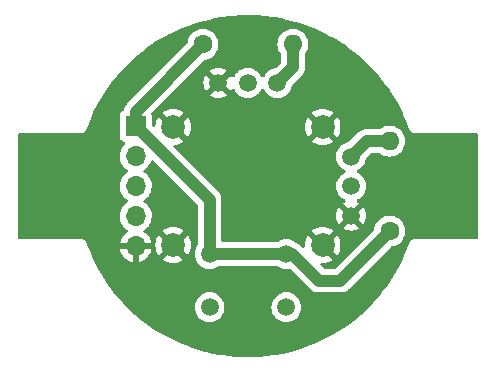
<source format=gbr>
%TF.GenerationSoftware,KiCad,Pcbnew,(6.0.6)*%
%TF.CreationDate,2023-05-18T11:46:38+08:00*%
%TF.ProjectId,JoystickPCB,4a6f7973-7469-4636-9b50-43422e6b6963,rev?*%
%TF.SameCoordinates,Original*%
%TF.FileFunction,Copper,L2,Bot*%
%TF.FilePolarity,Positive*%
%FSLAX46Y46*%
G04 Gerber Fmt 4.6, Leading zero omitted, Abs format (unit mm)*
G04 Created by KiCad (PCBNEW (6.0.6)) date 2023-05-18 11:46:38*
%MOMM*%
%LPD*%
G01*
G04 APERTURE LIST*
%TA.AperFunction,ComponentPad*%
%ADD10C,1.600000*%
%TD*%
%TA.AperFunction,ComponentPad*%
%ADD11O,1.600000X1.600000*%
%TD*%
%TA.AperFunction,ComponentPad*%
%ADD12C,1.500000*%
%TD*%
%TA.AperFunction,ComponentPad*%
%ADD13C,2.000000*%
%TD*%
%TA.AperFunction,ComponentPad*%
%ADD14R,1.700000X1.700000*%
%TD*%
%TA.AperFunction,ComponentPad*%
%ADD15O,1.700000X1.700000*%
%TD*%
%TA.AperFunction,Conductor*%
%ADD16C,1.000000*%
%TD*%
G04 APERTURE END LIST*
D10*
%TO.P,R3,1*%
%TO.N,/VCC*%
X12000000Y-3810000D03*
D11*
%TO.P,R3,2*%
%TO.N,Net-(JS1-Pad4)*%
X12000000Y3810000D03*
%TD*%
D10*
%TO.P,R2,1*%
%TO.N,/VCC*%
X-3810000Y12000000D03*
D11*
%TO.P,R2,2*%
%TO.N,Net-(JS1-Pad3)*%
X3810000Y12000000D03*
%TD*%
D12*
%TO.P,JS1,1,A1*%
%TO.N,/GND*%
X-2500000Y8730000D03*
%TO.P,JS1,2,B1*%
%TO.N,/X*%
X0Y8730000D03*
%TO.P,JS1,3,C1*%
%TO.N,Net-(JS1-Pad3)*%
X2500000Y8730000D03*
%TO.P,JS1,4,A2*%
%TO.N,Net-(JS1-Pad4)*%
X8730000Y2500000D03*
%TO.P,JS1,5,B2*%
%TO.N,/Y*%
X8730000Y0D03*
%TO.P,JS1,6,C2*%
%TO.N,/GND*%
X8730000Y-2500000D03*
%TO.P,JS1,7,K2*%
%TO.N,/VCC*%
X-3250000Y-5750000D03*
%TO.P,JS1,8,K1*%
X3250000Y-5750000D03*
%TO.P,JS1,9,K3*%
%TO.N,/K*%
X-3250000Y-10250000D03*
%TO.P,JS1,10,K4*%
X3250000Y-10250000D03*
D13*
%TO.P,JS1,S,Shell*%
%TO.N,/GND*%
X6325000Y-5000000D03*
X6325000Y5000000D03*
X-6325000Y-5000000D03*
X-6325000Y5000000D03*
%TD*%
D14*
%TO.P,J1,1,Pin_1*%
%TO.N,/VCC*%
X-9500000Y5080000D03*
D15*
%TO.P,J1,2,Pin_2*%
%TO.N,/X*%
X-9500000Y2540000D03*
%TO.P,J1,3,Pin_3*%
%TO.N,/Y*%
X-9500000Y0D03*
%TO.P,J1,4,Pin_4*%
%TO.N,/K*%
X-9500000Y-2540000D03*
%TO.P,J1,5,Pin_5*%
%TO.N,/GND*%
X-9500000Y-5080000D03*
%TD*%
D16*
%TO.N,/VCC*%
X6000000Y-8000000D02*
X7810000Y-8000000D01*
X3750000Y-5750000D02*
X6000000Y-8000000D01*
X7810000Y-8000000D02*
X12000000Y-3810000D01*
X3250000Y-5750000D02*
X3750000Y-5750000D01*
%TO.N,Net-(JS1-Pad4)*%
X10040000Y3810000D02*
X8730000Y2500000D01*
X12000000Y3810000D02*
X10040000Y3810000D01*
%TO.N,Net-(JS1-Pad3)*%
X3810000Y10040000D02*
X2500000Y8730000D01*
X3810000Y12000000D02*
X3810000Y10040000D01*
%TO.N,/VCC*%
X-9500000Y6310000D02*
X-3810000Y12000000D01*
X-9500000Y5080000D02*
X-9500000Y6310000D01*
X3250000Y-5750000D02*
X-3250000Y-5750000D01*
X-3250000Y-5750000D02*
X-3250000Y-1170000D01*
X-3250000Y-1170000D02*
X-9500000Y5080000D01*
%TD*%
%TA.AperFunction,Conductor*%
%TO.N,/GND*%
G36*
X739703Y14472526D02*
G01*
X746156Y14472194D01*
X1480673Y14415574D01*
X1487101Y14414913D01*
X2217804Y14320702D01*
X2224189Y14319711D01*
X2949051Y14188173D01*
X2955378Y14186857D01*
X3672587Y14018320D01*
X3678823Y14016685D01*
X3678871Y14016671D01*
X4386440Y13811601D01*
X4392599Y13809643D01*
X5088750Y13568559D01*
X5094799Y13566289D01*
X5777689Y13289826D01*
X5783615Y13287248D01*
X6451430Y12976141D01*
X6457215Y12973263D01*
X7054563Y12656749D01*
X7108180Y12628339D01*
X7113806Y12625172D01*
X7417159Y12443933D01*
X7746287Y12247295D01*
X7751747Y12243839D01*
X8363981Y11834061D01*
X8369257Y11830330D01*
X8750549Y11545775D01*
X8959677Y11389704D01*
X8964746Y11385715D01*
X9021380Y11338743D01*
X9531821Y10915382D01*
X9536687Y10911131D01*
X10078899Y10412348D01*
X10083541Y10407852D01*
X10599445Y9881950D01*
X10603851Y9877223D01*
X11060174Y9361653D01*
X11092141Y9325535D01*
X11096296Y9320590D01*
X11273185Y9098790D01*
X11555654Y8744602D01*
X11559546Y8739456D01*
X11827542Y8365592D01*
X11988762Y8140685D01*
X11992391Y8135339D01*
X12044800Y8053689D01*
X12373287Y7541928D01*
X12390356Y7515335D01*
X12393702Y7509816D01*
X12689778Y6991931D01*
X12759356Y6870228D01*
X12762417Y6864539D01*
X13088104Y6220290D01*
X13094800Y6207044D01*
X13097560Y6201216D01*
X13165515Y6047718D01*
X13395792Y5527560D01*
X13398256Y5521586D01*
X13646492Y4872898D01*
X13652655Y4851091D01*
X13655732Y4834682D01*
X13661040Y4824229D01*
X13669838Y4801819D01*
X13673151Y4790229D01*
X13686987Y4768301D01*
X13696428Y4753337D01*
X13702209Y4743154D01*
X13721681Y4704809D01*
X13729725Y4696249D01*
X13744467Y4677200D01*
X13750876Y4667042D01*
X13757605Y4661099D01*
X13783519Y4638212D01*
X13791926Y4630061D01*
X13815282Y4605209D01*
X13815285Y4605206D01*
X13821431Y4598667D01*
X13829164Y4594116D01*
X13829166Y4594114D01*
X13831586Y4592690D01*
X13851075Y4578549D01*
X13860051Y4570622D01*
X13868176Y4566807D01*
X13868178Y4566806D01*
X13899389Y4552152D01*
X13909746Y4546688D01*
X13925574Y4537373D01*
X13946961Y4524786D01*
X13955660Y4522588D01*
X13955663Y4522587D01*
X13958430Y4521888D01*
X13981115Y4513782D01*
X13991900Y4508719D01*
X14000770Y4507338D01*
X14000773Y4507337D01*
X14025060Y4503556D01*
X14034738Y4502049D01*
X14046204Y4499713D01*
X14088181Y4489108D01*
X14097151Y4489440D01*
X14097152Y4489440D01*
X14150455Y4491414D01*
X14155118Y4491500D01*
X19365500Y4491500D01*
X19433621Y4471498D01*
X19480114Y4417842D01*
X19491500Y4365500D01*
X19491500Y-4365500D01*
X19471498Y-4433621D01*
X19417842Y-4480114D01*
X19365500Y-4491500D01*
X14162377Y-4491500D01*
X14154639Y-4491262D01*
X14109639Y-4488493D01*
X14109637Y-4488493D01*
X14100679Y-4487942D01*
X14091923Y-4489928D01*
X14091922Y-4489928D01*
X14054672Y-4498376D01*
X14044667Y-4500224D01*
X14031869Y-4502057D01*
X13997913Y-4506920D01*
X13989736Y-4510638D01*
X13987366Y-4511331D01*
X13969858Y-4517228D01*
X13967382Y-4518175D01*
X13958629Y-4520160D01*
X13950787Y-4524521D01*
X13950784Y-4524522D01*
X13917516Y-4543022D01*
X13908435Y-4547602D01*
X13873492Y-4563491D01*
X13873490Y-4563492D01*
X13865318Y-4567208D01*
X13858518Y-4573067D01*
X13856548Y-4574327D01*
X13841381Y-4584914D01*
X13839178Y-4586588D01*
X13831332Y-4590951D01*
X13825026Y-4597340D01*
X13825027Y-4597340D01*
X13798370Y-4624351D01*
X13790936Y-4631299D01*
X13761772Y-4656428D01*
X13761770Y-4656431D01*
X13754973Y-4662287D01*
X13750091Y-4669819D01*
X13748635Y-4671488D01*
X13737039Y-4685917D01*
X13735328Y-4688232D01*
X13729019Y-4694625D01*
X13706795Y-4735862D01*
X13701617Y-4744605D01*
X13680632Y-4776979D01*
X13680630Y-4776983D01*
X13675748Y-4784515D01*
X13673175Y-4793120D01*
X13672273Y-4795071D01*
X13665192Y-4812178D01*
X13664177Y-4814942D01*
X13659916Y-4822848D01*
X13658046Y-4831631D01*
X13654777Y-4846984D01*
X13649218Y-4865774D01*
X13398262Y-5521568D01*
X13395799Y-5527542D01*
X13327348Y-5682163D01*
X13097566Y-6201205D01*
X13097561Y-6201216D01*
X13094801Y-6207041D01*
X12930919Y-6531221D01*
X12762420Y-6864532D01*
X12759359Y-6870221D01*
X12393706Y-7509809D01*
X12390360Y-7515328D01*
X11992396Y-8135329D01*
X11988767Y-8140675D01*
X11843457Y-8343388D01*
X11571371Y-8722958D01*
X11559558Y-8739437D01*
X11555666Y-8744583D01*
X11229456Y-9153618D01*
X11096306Y-9320575D01*
X11092149Y-9325522D01*
X10603861Y-9877210D01*
X10599455Y-9881937D01*
X10083553Y-10407837D01*
X10078911Y-10412333D01*
X9536700Y-10911115D01*
X9531834Y-10915366D01*
X8964770Y-11385692D01*
X8959692Y-11389688D01*
X8369275Y-11830313D01*
X8363999Y-11834044D01*
X7751753Y-12243830D01*
X7746293Y-12247285D01*
X7113849Y-12625142D01*
X7108218Y-12628313D01*
X6457240Y-12973244D01*
X6451455Y-12976122D01*
X5783642Y-13287230D01*
X5777716Y-13289808D01*
X5094829Y-13566270D01*
X5088780Y-13568540D01*
X4597781Y-13738579D01*
X4479587Y-13779511D01*
X4392636Y-13809623D01*
X4386477Y-13811581D01*
X3678859Y-14016666D01*
X3672609Y-14018305D01*
X2955418Y-14186839D01*
X2949092Y-14188155D01*
X2224226Y-14319696D01*
X2217840Y-14320687D01*
X1487142Y-14414897D01*
X1480714Y-14415558D01*
X1142107Y-14441661D01*
X746178Y-14472182D01*
X739766Y-14472512D01*
X146521Y-14487729D01*
X3251Y-14491404D01*
X-3211Y-14491404D01*
X-146481Y-14487729D01*
X-739726Y-14472512D01*
X-746138Y-14472182D01*
X-1142302Y-14441643D01*
X-1480673Y-14415559D01*
X-1487101Y-14414898D01*
X-2217800Y-14320688D01*
X-2224186Y-14319697D01*
X-2224191Y-14319696D01*
X-2344204Y-14297917D01*
X-2949051Y-14188156D01*
X-2955377Y-14186840D01*
X-3429450Y-14075437D01*
X-3672580Y-14018303D01*
X-3678816Y-14016668D01*
X-4386447Y-13811580D01*
X-4392577Y-13809632D01*
X-4777514Y-13676323D01*
X-5088739Y-13568542D01*
X-5094788Y-13566272D01*
X-5777676Y-13289810D01*
X-5783602Y-13287232D01*
X-6451415Y-12976124D01*
X-6457200Y-12973246D01*
X-7108177Y-12628315D01*
X-7113808Y-12625144D01*
X-7746253Y-12247287D01*
X-7751713Y-12243832D01*
X-8363959Y-11834046D01*
X-8369235Y-11830315D01*
X-8710801Y-11575407D01*
X-8959662Y-11389684D01*
X-8964731Y-11385695D01*
X-8964734Y-11385692D01*
X-9531795Y-10915369D01*
X-9536661Y-10911118D01*
X-10078871Y-10412336D01*
X-10083513Y-10407840D01*
X-10238352Y-10250000D01*
X-4513307Y-10250000D01*
X-4494115Y-10469371D01*
X-4437120Y-10682076D01*
X-4434795Y-10687061D01*
X-4346382Y-10876666D01*
X-4346379Y-10876671D01*
X-4344056Y-10881653D01*
X-4340900Y-10886160D01*
X-4340899Y-10886162D01*
X-4323424Y-10911118D01*
X-4217749Y-11062038D01*
X-4062038Y-11217749D01*
X-3881654Y-11344056D01*
X-3682076Y-11437120D01*
X-3469371Y-11494115D01*
X-3250000Y-11513307D01*
X-3030629Y-11494115D01*
X-2817924Y-11437120D01*
X-2618346Y-11344056D01*
X-2437962Y-11217749D01*
X-2282251Y-11062038D01*
X-2176575Y-10911118D01*
X-2159101Y-10886162D01*
X-2159100Y-10886160D01*
X-2155944Y-10881653D01*
X-2153621Y-10876671D01*
X-2153618Y-10876666D01*
X-2065205Y-10687061D01*
X-2062880Y-10682076D01*
X-2005885Y-10469371D01*
X-1986693Y-10250000D01*
X1986693Y-10250000D01*
X2005885Y-10469371D01*
X2062880Y-10682076D01*
X2065205Y-10687061D01*
X2153618Y-10876666D01*
X2153621Y-10876671D01*
X2155944Y-10881653D01*
X2159100Y-10886160D01*
X2159101Y-10886162D01*
X2176576Y-10911118D01*
X2282251Y-11062038D01*
X2437962Y-11217749D01*
X2618346Y-11344056D01*
X2817924Y-11437120D01*
X3030629Y-11494115D01*
X3250000Y-11513307D01*
X3469371Y-11494115D01*
X3682076Y-11437120D01*
X3881654Y-11344056D01*
X4062038Y-11217749D01*
X4217749Y-11062038D01*
X4323425Y-10911118D01*
X4340899Y-10886162D01*
X4340900Y-10886160D01*
X4344056Y-10881653D01*
X4346379Y-10876671D01*
X4346382Y-10876666D01*
X4434795Y-10687061D01*
X4437120Y-10682076D01*
X4494115Y-10469371D01*
X4513307Y-10250000D01*
X4494115Y-10030629D01*
X4437120Y-9817924D01*
X4393585Y-9724562D01*
X4346382Y-9623334D01*
X4346379Y-9623329D01*
X4344056Y-9618347D01*
X4217749Y-9437962D01*
X4062038Y-9282251D01*
X3881654Y-9155944D01*
X3682076Y-9062880D01*
X3469371Y-9005885D01*
X3250000Y-8986693D01*
X3030629Y-9005885D01*
X2817924Y-9062880D01*
X2724562Y-9106415D01*
X2623334Y-9153618D01*
X2623329Y-9153621D01*
X2618347Y-9155944D01*
X2613840Y-9159100D01*
X2613838Y-9159101D01*
X2442473Y-9279092D01*
X2442470Y-9279094D01*
X2437962Y-9282251D01*
X2282251Y-9437962D01*
X2155944Y-9618347D01*
X2153621Y-9623329D01*
X2153618Y-9623334D01*
X2106415Y-9724562D01*
X2062880Y-9817924D01*
X2005885Y-10030629D01*
X1986693Y-10250000D01*
X-1986693Y-10250000D01*
X-2005885Y-10030629D01*
X-2062880Y-9817924D01*
X-2106415Y-9724562D01*
X-2153618Y-9623334D01*
X-2153621Y-9623329D01*
X-2155944Y-9618347D01*
X-2282251Y-9437962D01*
X-2437962Y-9282251D01*
X-2618346Y-9155944D01*
X-2817924Y-9062880D01*
X-3030629Y-9005885D01*
X-3250000Y-8986693D01*
X-3469371Y-9005885D01*
X-3682076Y-9062880D01*
X-3775438Y-9106415D01*
X-3876666Y-9153618D01*
X-3876671Y-9153621D01*
X-3881653Y-9155944D01*
X-3886160Y-9159100D01*
X-3886162Y-9159101D01*
X-4057527Y-9279092D01*
X-4057530Y-9279094D01*
X-4062038Y-9282251D01*
X-4217749Y-9437962D01*
X-4344056Y-9618347D01*
X-4346379Y-9623329D01*
X-4346382Y-9623334D01*
X-4393585Y-9724562D01*
X-4437120Y-9817924D01*
X-4494115Y-10030629D01*
X-4513307Y-10250000D01*
X-10238352Y-10250000D01*
X-10599415Y-9881940D01*
X-10603821Y-9877213D01*
X-11092110Y-9325526D01*
X-11096267Y-9320579D01*
X-11129353Y-9279092D01*
X-11555627Y-8744587D01*
X-11559519Y-8739441D01*
X-11599448Y-8683738D01*
X-11988728Y-8140680D01*
X-11992357Y-8135334D01*
X-12390321Y-7515332D01*
X-12393671Y-7509806D01*
X-12508609Y-7308759D01*
X-12759321Y-6870222D01*
X-12762381Y-6864536D01*
X-12838556Y-6713852D01*
X-13094769Y-6207032D01*
X-13097529Y-6201205D01*
X-13101198Y-6192916D01*
X-13327312Y-5682163D01*
X-13395754Y-5527563D01*
X-13398218Y-5521590D01*
X-13409436Y-5492275D01*
X-13464659Y-5347966D01*
X-10831743Y-5347966D01*
X-10801435Y-5482446D01*
X-10798355Y-5492275D01*
X-10718230Y-5689603D01*
X-10713587Y-5698794D01*
X-10602306Y-5880388D01*
X-10596223Y-5888699D01*
X-10456787Y-6049667D01*
X-10449420Y-6056883D01*
X-10285566Y-6192916D01*
X-10277119Y-6198831D01*
X-10093244Y-6306279D01*
X-10083958Y-6310729D01*
X-9884999Y-6386703D01*
X-9875101Y-6389579D01*
X-9771750Y-6410606D01*
X-9757701Y-6409410D01*
X-9754000Y-6399065D01*
X-9754000Y-6398517D01*
X-9246000Y-6398517D01*
X-9241936Y-6412359D01*
X-9228522Y-6414393D01*
X-9221816Y-6413534D01*
X-9211738Y-6411392D01*
X-9007745Y-6350191D01*
X-8998158Y-6346433D01*
X-8806905Y-6252739D01*
X-8798055Y-6247464D01*
X-8777314Y-6232670D01*
X-7192840Y-6232670D01*
X-7187113Y-6240320D01*
X-7015958Y-6345205D01*
X-7007163Y-6349687D01*
X-6797012Y-6436734D01*
X-6787627Y-6439783D01*
X-6566446Y-6492885D01*
X-6556699Y-6494428D01*
X-6329930Y-6512275D01*
X-6320070Y-6512275D01*
X-6093301Y-6494428D01*
X-6083554Y-6492885D01*
X-5862373Y-6439783D01*
X-5852988Y-6436734D01*
X-5642837Y-6349687D01*
X-5634042Y-6345205D01*
X-5466555Y-6242568D01*
X-5457093Y-6232110D01*
X-5460876Y-6223334D01*
X-6312188Y-5372022D01*
X-6326132Y-5364408D01*
X-6327965Y-5364539D01*
X-6334580Y-5368790D01*
X-7186080Y-6220290D01*
X-7192840Y-6232670D01*
X-8777314Y-6232670D01*
X-8624672Y-6123792D01*
X-8616800Y-6117139D01*
X-8465948Y-5966812D01*
X-8459270Y-5958965D01*
X-8334997Y-5786020D01*
X-8329687Y-5777183D01*
X-8235330Y-5586267D01*
X-8231531Y-5576672D01*
X-8169623Y-5372910D01*
X-8167445Y-5362837D01*
X-8166014Y-5351962D01*
X-8168225Y-5337778D01*
X-8181383Y-5334000D01*
X-9227885Y-5334000D01*
X-9243124Y-5338475D01*
X-9244329Y-5339865D01*
X-9246000Y-5347548D01*
X-9246000Y-6398517D01*
X-9754000Y-6398517D01*
X-9754000Y-5352115D01*
X-9758475Y-5336876D01*
X-9759865Y-5335671D01*
X-9767548Y-5334000D01*
X-10816775Y-5334000D01*
X-10830306Y-5337973D01*
X-10831743Y-5347966D01*
X-13464659Y-5347966D01*
X-13595931Y-5004930D01*
X-7837275Y-5004930D01*
X-7819428Y-5231699D01*
X-7817885Y-5241446D01*
X-7764783Y-5462627D01*
X-7761734Y-5472012D01*
X-7674687Y-5682163D01*
X-7670205Y-5690958D01*
X-7567568Y-5858445D01*
X-7557110Y-5867907D01*
X-7548334Y-5864124D01*
X-6697022Y-5012812D01*
X-6690644Y-5001132D01*
X-5960592Y-5001132D01*
X-5960461Y-5002965D01*
X-5956210Y-5009580D01*
X-5104710Y-5861080D01*
X-5092330Y-5867840D01*
X-5084680Y-5862113D01*
X-4979795Y-5690958D01*
X-4975313Y-5682163D01*
X-4888266Y-5472012D01*
X-4885217Y-5462627D01*
X-4832115Y-5241446D01*
X-4830572Y-5231699D01*
X-4812725Y-5004930D01*
X-4812725Y-4995070D01*
X-4830572Y-4768301D01*
X-4832115Y-4758554D01*
X-4885217Y-4537373D01*
X-4888266Y-4527988D01*
X-4975313Y-4317837D01*
X-4979795Y-4309042D01*
X-5082432Y-4141555D01*
X-5092890Y-4132093D01*
X-5101666Y-4135876D01*
X-5952978Y-4987188D01*
X-5960592Y-5001132D01*
X-6690644Y-5001132D01*
X-6689408Y-4998868D01*
X-6689539Y-4997035D01*
X-6693790Y-4990420D01*
X-7545290Y-4138920D01*
X-7557670Y-4132160D01*
X-7565320Y-4137887D01*
X-7670205Y-4309042D01*
X-7674687Y-4317837D01*
X-7761734Y-4527988D01*
X-7764783Y-4537373D01*
X-7817885Y-4758554D01*
X-7819428Y-4768301D01*
X-7837275Y-4995070D01*
X-7837275Y-5004930D01*
X-13595931Y-5004930D01*
X-13646457Y-4872896D01*
X-13652619Y-4851090D01*
X-13654040Y-4843513D01*
X-13655695Y-4834687D01*
X-13661082Y-4824079D01*
X-13669885Y-4801658D01*
X-13673151Y-4790229D01*
X-13696256Y-4753611D01*
X-13702032Y-4743436D01*
X-13717578Y-4712820D01*
X-13717580Y-4712817D01*
X-13721644Y-4704814D01*
X-13729789Y-4696147D01*
X-13744530Y-4677100D01*
X-13750876Y-4667042D01*
X-13759867Y-4659101D01*
X-13783334Y-4638375D01*
X-13791741Y-4630224D01*
X-13815244Y-4605216D01*
X-13821394Y-4598672D01*
X-13829129Y-4594120D01*
X-13829131Y-4594118D01*
X-13831638Y-4592643D01*
X-13851133Y-4578498D01*
X-13860051Y-4570622D01*
X-13879572Y-4561457D01*
X-13899250Y-4552218D01*
X-13909611Y-4546752D01*
X-13939190Y-4529343D01*
X-13946924Y-4524791D01*
X-13955624Y-4522593D01*
X-13955626Y-4522592D01*
X-13958457Y-4521877D01*
X-13981133Y-4513774D01*
X-13991900Y-4508719D01*
X-14000770Y-4507338D01*
X-14000773Y-4507337D01*
X-14025038Y-4503559D01*
X-14034693Y-4502056D01*
X-14046159Y-4499720D01*
X-14088144Y-4489113D01*
X-14097114Y-4489445D01*
X-14097115Y-4489445D01*
X-14150283Y-4491414D01*
X-14154946Y-4491500D01*
X-19365500Y-4491500D01*
X-19433621Y-4471498D01*
X-19480114Y-4417842D01*
X-19491500Y-4365500D01*
X-19491500Y-2506695D01*
X-10862749Y-2506695D01*
X-10862452Y-2511848D01*
X-10862452Y-2511851D01*
X-10856989Y-2606590D01*
X-10849890Y-2729715D01*
X-10848753Y-2734761D01*
X-10848752Y-2734767D01*
X-10833194Y-2803802D01*
X-10800778Y-2947639D01*
X-10716734Y-3154616D01*
X-10600013Y-3345088D01*
X-10453750Y-3513938D01*
X-10281874Y-3656632D01*
X-10234481Y-3684326D01*
X-10208045Y-3699774D01*
X-10159321Y-3751412D01*
X-10146250Y-3821195D01*
X-10172981Y-3886967D01*
X-10213438Y-3920327D01*
X-10221543Y-3924546D01*
X-10230262Y-3930036D01*
X-10400567Y-4057905D01*
X-10408274Y-4064748D01*
X-10555410Y-4218717D01*
X-10561896Y-4226727D01*
X-10681902Y-4402649D01*
X-10687000Y-4411623D01*
X-10776662Y-4604783D01*
X-10780225Y-4614470D01*
X-10835611Y-4814183D01*
X-10834088Y-4822607D01*
X-10821708Y-4826000D01*
X-8181656Y-4826000D01*
X-8168125Y-4822027D01*
X-8166820Y-4812947D01*
X-8208786Y-4645875D01*
X-8212106Y-4636124D01*
X-8297028Y-4440814D01*
X-8301895Y-4431739D01*
X-8417574Y-4252926D01*
X-8423864Y-4244757D01*
X-8567194Y-4087240D01*
X-8574727Y-4080215D01*
X-8741861Y-3948222D01*
X-8750444Y-3942520D01*
X-8787398Y-3922120D01*
X-8837369Y-3871687D01*
X-8852141Y-3802245D01*
X-8839147Y-3767890D01*
X-7192907Y-3767890D01*
X-7189124Y-3776666D01*
X-6337812Y-4627978D01*
X-6323868Y-4635592D01*
X-6322035Y-4635461D01*
X-6315420Y-4631210D01*
X-5463920Y-3779710D01*
X-5457160Y-3767330D01*
X-5462887Y-3759680D01*
X-5634042Y-3654795D01*
X-5642837Y-3650313D01*
X-5852988Y-3563266D01*
X-5862373Y-3560217D01*
X-6083554Y-3507115D01*
X-6093301Y-3505572D01*
X-6320070Y-3487725D01*
X-6329930Y-3487725D01*
X-6556699Y-3505572D01*
X-6566446Y-3507115D01*
X-6787627Y-3560217D01*
X-6797012Y-3563266D01*
X-7007163Y-3650313D01*
X-7015958Y-3654795D01*
X-7183445Y-3757432D01*
X-7192907Y-3767890D01*
X-8839147Y-3767890D01*
X-8827025Y-3735839D01*
X-8799673Y-3709232D01*
X-8764756Y-3684326D01*
X-8620140Y-3581173D01*
X-8599110Y-3560217D01*
X-8465565Y-3427137D01*
X-8461904Y-3423489D01*
X-8402406Y-3340689D01*
X-8334565Y-3246277D01*
X-8331547Y-3242077D01*
X-8300461Y-3179180D01*
X-8234864Y-3046453D01*
X-8234863Y-3046451D01*
X-8232570Y-3041811D01*
X-8167630Y-2828069D01*
X-8138471Y-2606590D01*
X-8137773Y-2578039D01*
X-8136926Y-2543365D01*
X-8136926Y-2543361D01*
X-8136844Y-2540000D01*
X-8155148Y-2317361D01*
X-8209569Y-2100702D01*
X-8298646Y-1895840D01*
X-8419986Y-1708277D01*
X-8570330Y-1543051D01*
X-8574381Y-1539852D01*
X-8574385Y-1539848D01*
X-8741586Y-1407800D01*
X-8741590Y-1407798D01*
X-8745641Y-1404598D01*
X-8786947Y-1381796D01*
X-8836916Y-1331364D01*
X-8851688Y-1261921D01*
X-8826572Y-1195516D01*
X-8799220Y-1168909D01*
X-8730976Y-1120231D01*
X-8620140Y-1041173D01*
X-8461904Y-883489D01*
X-8410561Y-812038D01*
X-8334565Y-706277D01*
X-8331547Y-702077D01*
X-8296741Y-631653D01*
X-8234864Y-506453D01*
X-8234863Y-506451D01*
X-8232570Y-501811D01*
X-8167630Y-288069D01*
X-8138471Y-66590D01*
X-8136844Y0D01*
X-8155148Y222639D01*
X-8209569Y439298D01*
X-8298646Y644160D01*
X-8419986Y831723D01*
X-8570330Y996949D01*
X-8574381Y1000148D01*
X-8574385Y1000152D01*
X-8741586Y1132200D01*
X-8741590Y1132202D01*
X-8745641Y1135402D01*
X-8786947Y1158204D01*
X-8836916Y1208636D01*
X-8851688Y1278079D01*
X-8826572Y1344484D01*
X-8799220Y1371091D01*
X-8745932Y1409101D01*
X-8620140Y1498827D01*
X-8461904Y1656511D01*
X-8442104Y1684065D01*
X-8334565Y1833723D01*
X-8331547Y1837923D01*
X-8316510Y1868347D01*
X-8234864Y2033547D01*
X-8234863Y2033549D01*
X-8232570Y2038189D01*
X-8212523Y2104173D01*
X-8173584Y2163533D01*
X-8108730Y2192421D01*
X-8038554Y2181660D01*
X-8002871Y2156636D01*
X-4295405Y-1550829D01*
X-4261379Y-1613141D01*
X-4258500Y-1639924D01*
X-4258500Y-4956433D01*
X-4281287Y-5028703D01*
X-4344056Y-5118347D01*
X-4346377Y-5123325D01*
X-4346379Y-5123328D01*
X-4357921Y-5148081D01*
X-4437120Y-5317924D01*
X-4494115Y-5530629D01*
X-4513307Y-5750000D01*
X-4494115Y-5969371D01*
X-4437120Y-6182076D01*
X-4409960Y-6240320D01*
X-4346382Y-6376666D01*
X-4346379Y-6376671D01*
X-4344056Y-6381653D01*
X-4340900Y-6386160D01*
X-4340899Y-6386162D01*
X-4239327Y-6531221D01*
X-4217749Y-6562038D01*
X-4062038Y-6717749D01*
X-4057529Y-6720906D01*
X-4057527Y-6720908D01*
X-4003840Y-6758500D01*
X-3881654Y-6844056D01*
X-3682076Y-6937120D01*
X-3469371Y-6994115D01*
X-3250000Y-7013307D01*
X-3030629Y-6994115D01*
X-2817924Y-6937120D01*
X-2618346Y-6844056D01*
X-2528703Y-6781287D01*
X-2456432Y-6758500D01*
X2456432Y-6758500D01*
X2528703Y-6781287D01*
X2618346Y-6844056D01*
X2817924Y-6937120D01*
X3030629Y-6994115D01*
X3250000Y-7013307D01*
X3469371Y-6994115D01*
X3476801Y-6992124D01*
X3477767Y-6992147D01*
X3480098Y-6991736D01*
X3480181Y-6992205D01*
X3547776Y-6993816D01*
X3598502Y-7024737D01*
X5243149Y-8669384D01*
X5252251Y-8679527D01*
X5275968Y-8709025D01*
X5314450Y-8741315D01*
X5318062Y-8744467D01*
X5319888Y-8746123D01*
X5322075Y-8748310D01*
X5324458Y-8750267D01*
X5324463Y-8750272D01*
X5355268Y-8775576D01*
X5356252Y-8776393D01*
X5427474Y-8836154D01*
X5432147Y-8838723D01*
X5436262Y-8842103D01*
X5441691Y-8845014D01*
X5441694Y-8845016D01*
X5518180Y-8886028D01*
X5519338Y-8886657D01*
X5595388Y-8928465D01*
X5600787Y-8931433D01*
X5605865Y-8933044D01*
X5610563Y-8935563D01*
X5699498Y-8962753D01*
X5700702Y-8963128D01*
X5789306Y-8991235D01*
X5794597Y-8991828D01*
X5799698Y-8993388D01*
X5892311Y-9002795D01*
X5893431Y-9002915D01*
X5943227Y-9008500D01*
X5946756Y-9008500D01*
X5947739Y-9008555D01*
X5953426Y-9009003D01*
X5973683Y-9011060D01*
X5990336Y-9012752D01*
X5990339Y-9012752D01*
X5996463Y-9013374D01*
X6042112Y-9009059D01*
X6053969Y-9008500D01*
X7748157Y-9008500D01*
X7761764Y-9009237D01*
X7793262Y-9012659D01*
X7793267Y-9012659D01*
X7799388Y-9013324D01*
X7825638Y-9011027D01*
X7849388Y-9008950D01*
X7854214Y-9008621D01*
X7856686Y-9008500D01*
X7859769Y-9008500D01*
X7871925Y-9007308D01*
X7902506Y-9004310D01*
X7903819Y-9004188D01*
X7948084Y-9000315D01*
X7996413Y-8996087D01*
X8001532Y-8994600D01*
X8006833Y-8994080D01*
X8095834Y-8967209D01*
X8096967Y-8966874D01*
X8180414Y-8942630D01*
X8180418Y-8942628D01*
X8186336Y-8940909D01*
X8191068Y-8938456D01*
X8196169Y-8936916D01*
X8208360Y-8930434D01*
X8278260Y-8893269D01*
X8279426Y-8892657D01*
X8356453Y-8852729D01*
X8361926Y-8849892D01*
X8366089Y-8846569D01*
X8370796Y-8844066D01*
X8442918Y-8785245D01*
X8443774Y-8784554D01*
X8482973Y-8753262D01*
X8485477Y-8750758D01*
X8486195Y-8750116D01*
X8490528Y-8746415D01*
X8524062Y-8719065D01*
X8553288Y-8683737D01*
X8561277Y-8674958D01*
X12091116Y-5145118D01*
X12153428Y-5111092D01*
X12169227Y-5108692D01*
X12228087Y-5103543D01*
X12375859Y-5063947D01*
X12443933Y-5045707D01*
X12443935Y-5045706D01*
X12449243Y-5044284D01*
X12454225Y-5041961D01*
X12651762Y-4949849D01*
X12651767Y-4949846D01*
X12656749Y-4947523D01*
X12778497Y-4862274D01*
X12839789Y-4819357D01*
X12839792Y-4819355D01*
X12844300Y-4816198D01*
X13006198Y-4654300D01*
X13012098Y-4645875D01*
X13100124Y-4520160D01*
X13137523Y-4466749D01*
X13139846Y-4461767D01*
X13139849Y-4461762D01*
X13231961Y-4264225D01*
X13231961Y-4264224D01*
X13234284Y-4259243D01*
X13266802Y-4137887D01*
X13292119Y-4043402D01*
X13292119Y-4043400D01*
X13293543Y-4038087D01*
X13313498Y-3810000D01*
X13293543Y-3581913D01*
X13288254Y-3562175D01*
X13235707Y-3366067D01*
X13235706Y-3366065D01*
X13234284Y-3360757D01*
X13228797Y-3348990D01*
X13139849Y-3158238D01*
X13139846Y-3158233D01*
X13137523Y-3153251D01*
X13006198Y-2965700D01*
X12844300Y-2803802D01*
X12839792Y-2800645D01*
X12839789Y-2800643D01*
X12715770Y-2713804D01*
X12656749Y-2672477D01*
X12651767Y-2670154D01*
X12651762Y-2670151D01*
X12454225Y-2578039D01*
X12454224Y-2578039D01*
X12449243Y-2575716D01*
X12443935Y-2574294D01*
X12443933Y-2574293D01*
X12233402Y-2517881D01*
X12233400Y-2517881D01*
X12228087Y-2516457D01*
X12000000Y-2496502D01*
X11771913Y-2516457D01*
X11766600Y-2517881D01*
X11766598Y-2517881D01*
X11556067Y-2574293D01*
X11556065Y-2574294D01*
X11550757Y-2575716D01*
X11545776Y-2578039D01*
X11545775Y-2578039D01*
X11348238Y-2670151D01*
X11348233Y-2670154D01*
X11343251Y-2672477D01*
X11284230Y-2713804D01*
X11160211Y-2800643D01*
X11160208Y-2800645D01*
X11155700Y-2803802D01*
X10993802Y-2965700D01*
X10862477Y-3153251D01*
X10860154Y-3158233D01*
X10860151Y-3158238D01*
X10771203Y-3348990D01*
X10765716Y-3360757D01*
X10706457Y-3581913D01*
X10701308Y-3640770D01*
X10675445Y-3706888D01*
X10664882Y-3718884D01*
X7429171Y-6954595D01*
X7366859Y-6988621D01*
X7340076Y-6991500D01*
X6469924Y-6991500D01*
X6401803Y-6971498D01*
X6380829Y-6954595D01*
X6147418Y-6721184D01*
X6113392Y-6658872D01*
X6118457Y-6588057D01*
X6161004Y-6531221D01*
X6227524Y-6506410D01*
X6246399Y-6506477D01*
X6320070Y-6512275D01*
X6329930Y-6512275D01*
X6556699Y-6494428D01*
X6566446Y-6492885D01*
X6787627Y-6439783D01*
X6797012Y-6436734D01*
X7007163Y-6349687D01*
X7015958Y-6345205D01*
X7183445Y-6242568D01*
X7192907Y-6232110D01*
X7189124Y-6223334D01*
X5966922Y-5001132D01*
X6689408Y-5001132D01*
X6689539Y-5002965D01*
X6693790Y-5009580D01*
X7545290Y-5861080D01*
X7557670Y-5867840D01*
X7565320Y-5862113D01*
X7670205Y-5690958D01*
X7674687Y-5682163D01*
X7761734Y-5472012D01*
X7764783Y-5462627D01*
X7817885Y-5241446D01*
X7819428Y-5231699D01*
X7837275Y-5004930D01*
X7837275Y-4995070D01*
X7819428Y-4768301D01*
X7817885Y-4758554D01*
X7764783Y-4537373D01*
X7761734Y-4527988D01*
X7674687Y-4317837D01*
X7670205Y-4309042D01*
X7567568Y-4141555D01*
X7557110Y-4132093D01*
X7548334Y-4135876D01*
X6697022Y-4987188D01*
X6689408Y-5001132D01*
X5966922Y-5001132D01*
X5104710Y-4138920D01*
X5092330Y-4132160D01*
X5084680Y-4137887D01*
X4979795Y-4309042D01*
X4975313Y-4317837D01*
X4888266Y-4527988D01*
X4885217Y-4537373D01*
X4832115Y-4758554D01*
X4830572Y-4768301D01*
X4812725Y-4995070D01*
X4812725Y-5004930D01*
X4818523Y-5078601D01*
X4803927Y-5148081D01*
X4754084Y-5198641D01*
X4684820Y-5214227D01*
X4618124Y-5189892D01*
X4603816Y-5177582D01*
X4506855Y-5080621D01*
X4497753Y-5070478D01*
X4477897Y-5045782D01*
X4474032Y-5040975D01*
X4435578Y-5008708D01*
X4431931Y-5005528D01*
X4430119Y-5003885D01*
X4427925Y-5001691D01*
X4394651Y-4974358D01*
X4393853Y-4973696D01*
X4322526Y-4913846D01*
X4317856Y-4911278D01*
X4313739Y-4907897D01*
X4248477Y-4872904D01*
X4231914Y-4864023D01*
X4230755Y-4863394D01*
X4154619Y-4821538D01*
X4154611Y-4821535D01*
X4149213Y-4818567D01*
X4144131Y-4816955D01*
X4139437Y-4814438D01*
X4101356Y-4802795D01*
X4062447Y-4781666D01*
X4062038Y-4782251D01*
X3881654Y-4655944D01*
X3682076Y-4562880D01*
X3469371Y-4505885D01*
X3250000Y-4486693D01*
X3030629Y-4505885D01*
X2817924Y-4562880D01*
X2727134Y-4605216D01*
X2623328Y-4653621D01*
X2623325Y-4653623D01*
X2618347Y-4655944D01*
X2563105Y-4694625D01*
X2528703Y-4718713D01*
X2456433Y-4741500D01*
X-2115500Y-4741500D01*
X-2183621Y-4721498D01*
X-2230114Y-4667842D01*
X-2241500Y-4615500D01*
X-2241500Y-3767890D01*
X5457093Y-3767890D01*
X5460876Y-3776666D01*
X6312188Y-4627978D01*
X6326132Y-4635592D01*
X6327965Y-4635461D01*
X6334580Y-4631210D01*
X7186080Y-3779710D01*
X7192840Y-3767330D01*
X7187113Y-3759680D01*
X7015958Y-3654795D01*
X7007163Y-3650313D01*
X6797012Y-3563266D01*
X6787627Y-3560217D01*
X6745742Y-3550161D01*
X8044393Y-3550161D01*
X8053687Y-3562175D01*
X8094088Y-3590464D01*
X8103584Y-3595947D01*
X8293113Y-3684326D01*
X8303405Y-3688072D01*
X8505401Y-3742196D01*
X8516196Y-3744099D01*
X8724525Y-3762326D01*
X8735475Y-3762326D01*
X8943804Y-3744099D01*
X8954599Y-3742196D01*
X9156595Y-3688072D01*
X9166887Y-3684326D01*
X9356416Y-3595947D01*
X9365912Y-3590464D01*
X9407148Y-3561590D01*
X9415523Y-3551112D01*
X9408457Y-3537668D01*
X8742811Y-2872021D01*
X8728868Y-2864408D01*
X8727034Y-2864539D01*
X8720420Y-2868790D01*
X8050820Y-3538391D01*
X8044393Y-3550161D01*
X6745742Y-3550161D01*
X6566446Y-3507115D01*
X6556699Y-3505572D01*
X6329930Y-3487725D01*
X6320070Y-3487725D01*
X6093301Y-3505572D01*
X6083554Y-3507115D01*
X5862373Y-3560217D01*
X5852988Y-3563266D01*
X5642837Y-3650313D01*
X5634042Y-3654795D01*
X5466555Y-3757432D01*
X5457093Y-3767890D01*
X-2241500Y-3767890D01*
X-2241500Y-2505475D01*
X7467674Y-2505475D01*
X7485901Y-2713804D01*
X7487804Y-2724599D01*
X7541928Y-2926595D01*
X7545674Y-2936887D01*
X7634054Y-3126417D01*
X7639534Y-3135907D01*
X7668411Y-3177149D01*
X7678887Y-3185523D01*
X7692334Y-3178455D01*
X8357979Y-2512811D01*
X8364356Y-2501132D01*
X9094408Y-2501132D01*
X9094539Y-2502966D01*
X9098790Y-2509580D01*
X9768391Y-3179180D01*
X9780161Y-3185607D01*
X9792176Y-3176311D01*
X9820466Y-3135907D01*
X9825946Y-3126417D01*
X9914326Y-2936887D01*
X9918072Y-2926595D01*
X9972196Y-2724599D01*
X9974099Y-2713804D01*
X9992326Y-2505475D01*
X9992326Y-2494525D01*
X9974099Y-2286196D01*
X9972196Y-2275401D01*
X9918072Y-2073405D01*
X9914326Y-2063113D01*
X9825946Y-1873583D01*
X9820466Y-1864093D01*
X9791589Y-1822851D01*
X9781113Y-1814477D01*
X9767666Y-1821545D01*
X9102021Y-2487189D01*
X9094408Y-2501132D01*
X8364356Y-2501132D01*
X8365592Y-2498868D01*
X8365461Y-2497034D01*
X8361210Y-2490420D01*
X7691609Y-1820820D01*
X7679839Y-1814393D01*
X7667824Y-1823689D01*
X7639534Y-1864093D01*
X7634054Y-1873583D01*
X7545674Y-2063113D01*
X7541928Y-2073405D01*
X7487804Y-2275401D01*
X7485901Y-2286196D01*
X7467674Y-2494525D01*
X7467674Y-2505475D01*
X-2241500Y-2505475D01*
X-2241500Y-1231843D01*
X-2240763Y-1218236D01*
X-2237341Y-1186738D01*
X-2237341Y-1186733D01*
X-2236676Y-1180612D01*
X-2241050Y-1130612D01*
X-2241379Y-1125786D01*
X-2241500Y-1123314D01*
X-2241500Y-1120231D01*
X-2242674Y-1108262D01*
X-2245690Y-1077494D01*
X-2245812Y-1076181D01*
X-2253377Y-989718D01*
X-2253913Y-983587D01*
X-2255400Y-978468D01*
X-2255920Y-973167D01*
X-2282791Y-884166D01*
X-2283126Y-883033D01*
X-2307370Y-799586D01*
X-2307372Y-799582D01*
X-2309091Y-793664D01*
X-2311544Y-788932D01*
X-2313084Y-783831D01*
X-2356731Y-701740D01*
X-2357343Y-700574D01*
X-2397271Y-623547D01*
X-2400108Y-618074D01*
X-2403431Y-613911D01*
X-2405934Y-609204D01*
X-2464739Y-537102D01*
X-2465567Y-536075D01*
X-2494531Y-499792D01*
X-2494536Y-499787D01*
X-2496738Y-497028D01*
X-2499239Y-494527D01*
X-2499881Y-493809D01*
X-2503594Y-489461D01*
X-2511358Y-479941D01*
X-2530935Y-455938D01*
X-2535677Y-452015D01*
X-2535679Y-452013D01*
X-2566273Y-426703D01*
X-2575053Y-418713D01*
X-2993766Y0D01*
X7466693Y0D01*
X7485885Y-219371D01*
X7542880Y-432076D01*
X7586415Y-525438D01*
X7633618Y-626666D01*
X7633621Y-626671D01*
X7635944Y-631653D01*
X7639100Y-636160D01*
X7639101Y-636162D01*
X7757385Y-805088D01*
X7762251Y-812038D01*
X7917962Y-967749D01*
X7922471Y-970906D01*
X7922473Y-970908D01*
X7997241Y-1023261D01*
X8098346Y-1094056D01*
X8103328Y-1096379D01*
X8103333Y-1096382D01*
X8188469Y-1136081D01*
X8241754Y-1182998D01*
X8261215Y-1251276D01*
X8240673Y-1319235D01*
X8188469Y-1364471D01*
X8103583Y-1404054D01*
X8094093Y-1409534D01*
X8052851Y-1438411D01*
X8044477Y-1448887D01*
X8051545Y-1462334D01*
X8717189Y-2127979D01*
X8731132Y-2135592D01*
X8732966Y-2135461D01*
X8739580Y-2131210D01*
X9409180Y-1461609D01*
X9415607Y-1449839D01*
X9406313Y-1437825D01*
X9365912Y-1409536D01*
X9356416Y-1404053D01*
X9271531Y-1364471D01*
X9218246Y-1317554D01*
X9198785Y-1249276D01*
X9219327Y-1181316D01*
X9271531Y-1136081D01*
X9356667Y-1096382D01*
X9356672Y-1096379D01*
X9361654Y-1094056D01*
X9462759Y-1023261D01*
X9537527Y-970908D01*
X9537529Y-970906D01*
X9542038Y-967749D01*
X9697749Y-812038D01*
X9702616Y-805088D01*
X9820899Y-636162D01*
X9820900Y-636160D01*
X9824056Y-631653D01*
X9826379Y-626671D01*
X9826382Y-626666D01*
X9873585Y-525438D01*
X9917120Y-432076D01*
X9974115Y-219371D01*
X9993307Y0D01*
X9974115Y219371D01*
X9917120Y432076D01*
X9873585Y525438D01*
X9826382Y626666D01*
X9826379Y626671D01*
X9824056Y631653D01*
X9820899Y636162D01*
X9700908Y807527D01*
X9700906Y807530D01*
X9697749Y812038D01*
X9542038Y967749D01*
X9505791Y993130D01*
X9462759Y1023261D01*
X9361654Y1094056D01*
X9356666Y1096382D01*
X9356663Y1096384D01*
X9272123Y1135805D01*
X9218837Y1182722D01*
X9199376Y1250999D01*
X9219918Y1318959D01*
X9272123Y1364195D01*
X9356663Y1403616D01*
X9356669Y1403620D01*
X9361654Y1405944D01*
X9542038Y1532251D01*
X9697749Y1687962D01*
X9824056Y1868347D01*
X9826379Y1873329D01*
X9826382Y1873334D01*
X9873585Y1974562D01*
X9917120Y2067924D01*
X9974115Y2280629D01*
X9974594Y2286106D01*
X9974600Y2286138D01*
X10009591Y2353357D01*
X10420829Y2764595D01*
X10483141Y2798621D01*
X10509924Y2801500D01*
X11119260Y2801500D01*
X11191531Y2778713D01*
X11343251Y2672477D01*
X11348233Y2670154D01*
X11348238Y2670151D01*
X11545775Y2578039D01*
X11550757Y2575716D01*
X11556065Y2574294D01*
X11556067Y2574293D01*
X11766598Y2517881D01*
X11766600Y2517881D01*
X11771913Y2516457D01*
X12000000Y2496502D01*
X12228087Y2516457D01*
X12233400Y2517881D01*
X12233402Y2517881D01*
X12443933Y2574293D01*
X12443935Y2574294D01*
X12449243Y2575716D01*
X12454225Y2578039D01*
X12651762Y2670151D01*
X12651767Y2670154D01*
X12656749Y2672477D01*
X12788307Y2764595D01*
X12839789Y2800643D01*
X12839792Y2800645D01*
X12844300Y2803802D01*
X13006198Y2965700D01*
X13034209Y3005703D01*
X13118908Y3126666D01*
X13137523Y3153251D01*
X13139846Y3158233D01*
X13139849Y3158238D01*
X13231961Y3355775D01*
X13231961Y3355776D01*
X13234284Y3360757D01*
X13243082Y3393589D01*
X13292119Y3576598D01*
X13292119Y3576600D01*
X13293543Y3581913D01*
X13313498Y3810000D01*
X13293543Y4038087D01*
X13267340Y4135876D01*
X13235707Y4253933D01*
X13235706Y4253935D01*
X13234284Y4259243D01*
X13231961Y4264225D01*
X13139849Y4461762D01*
X13139846Y4461767D01*
X13137523Y4466749D01*
X13048341Y4594114D01*
X13009357Y4649789D01*
X13009355Y4649792D01*
X13006198Y4654300D01*
X12844300Y4816198D01*
X12839792Y4819355D01*
X12839789Y4819357D01*
X12761611Y4874098D01*
X12656749Y4947523D01*
X12651767Y4949846D01*
X12651762Y4949849D01*
X12454225Y5041961D01*
X12454224Y5041961D01*
X12449243Y5044284D01*
X12443935Y5045706D01*
X12443933Y5045707D01*
X12233402Y5102119D01*
X12233400Y5102119D01*
X12228087Y5103543D01*
X12000000Y5123498D01*
X11771913Y5103543D01*
X11766600Y5102119D01*
X11766598Y5102119D01*
X11556067Y5045707D01*
X11556065Y5045706D01*
X11550757Y5044284D01*
X11545776Y5041961D01*
X11545775Y5041961D01*
X11348238Y4949849D01*
X11348233Y4949846D01*
X11343251Y4947523D01*
X11213330Y4856551D01*
X11191531Y4841287D01*
X11119260Y4818500D01*
X10101843Y4818500D01*
X10088236Y4819237D01*
X10056738Y4822659D01*
X10056733Y4822659D01*
X10050612Y4823324D01*
X10024362Y4821027D01*
X10000612Y4818950D01*
X9995786Y4818621D01*
X9993314Y4818500D01*
X9990231Y4818500D01*
X9978262Y4817326D01*
X9947494Y4814310D01*
X9946181Y4814188D01*
X9901916Y4810315D01*
X9853587Y4806087D01*
X9848468Y4804600D01*
X9843167Y4804080D01*
X9754166Y4777209D01*
X9753033Y4776874D01*
X9669586Y4752630D01*
X9669582Y4752628D01*
X9663664Y4750909D01*
X9658932Y4748456D01*
X9653831Y4746916D01*
X9648388Y4744022D01*
X9571740Y4703269D01*
X9570574Y4702657D01*
X9493547Y4662729D01*
X9488074Y4659892D01*
X9483911Y4656569D01*
X9479204Y4654066D01*
X9474429Y4650172D01*
X9474428Y4650171D01*
X9407102Y4595261D01*
X9406075Y4594433D01*
X9369792Y4565469D01*
X9369787Y4565464D01*
X9367028Y4563262D01*
X9364527Y4560761D01*
X9363809Y4560119D01*
X9359461Y4556406D01*
X9325938Y4529065D01*
X9322015Y4524323D01*
X9322013Y4524321D01*
X9296703Y4493727D01*
X9288713Y4484947D01*
X8583357Y3779591D01*
X8516138Y3744600D01*
X8516105Y3744594D01*
X8510629Y3744115D01*
X8297924Y3687120D01*
X8228603Y3654795D01*
X8103334Y3596382D01*
X8103329Y3596379D01*
X8098347Y3594056D01*
X8093840Y3590900D01*
X8093838Y3590899D01*
X7922473Y3470908D01*
X7922470Y3470906D01*
X7917962Y3467749D01*
X7762251Y3312038D01*
X7759094Y3307530D01*
X7759092Y3307527D01*
X7639101Y3136162D01*
X7635944Y3131653D01*
X7633621Y3126671D01*
X7633618Y3126666D01*
X7586415Y3025438D01*
X7542880Y2932076D01*
X7485885Y2719371D01*
X7466693Y2500000D01*
X7485885Y2280629D01*
X7542880Y2067924D01*
X7586415Y1974562D01*
X7633618Y1873334D01*
X7633621Y1873329D01*
X7635944Y1868347D01*
X7762251Y1687962D01*
X7917962Y1532251D01*
X8098346Y1405944D01*
X8103331Y1403620D01*
X8103337Y1403616D01*
X8187877Y1364195D01*
X8241163Y1317278D01*
X8260624Y1249001D01*
X8240082Y1181041D01*
X8187878Y1135805D01*
X8103334Y1096382D01*
X8103329Y1096379D01*
X8098347Y1094056D01*
X8093840Y1090900D01*
X8093838Y1090899D01*
X7922473Y970908D01*
X7922470Y970906D01*
X7917962Y967749D01*
X7762251Y812038D01*
X7759094Y807530D01*
X7759092Y807527D01*
X7639101Y636162D01*
X7635944Y631653D01*
X7633621Y626671D01*
X7633618Y626666D01*
X7586415Y525438D01*
X7542880Y432076D01*
X7485885Y219371D01*
X7466693Y0D01*
X-2993766Y0D01*
X-6276451Y3282685D01*
X-6310477Y3344997D01*
X-6305412Y3415812D01*
X-6262865Y3472648D01*
X-6197241Y3497392D01*
X-6093301Y3505572D01*
X-6083554Y3507115D01*
X-5862373Y3560217D01*
X-5852988Y3563266D01*
X-5642837Y3650313D01*
X-5634042Y3654795D01*
X-5466555Y3757432D01*
X-5457600Y3767330D01*
X5457160Y3767330D01*
X5462887Y3759680D01*
X5634042Y3654795D01*
X5642837Y3650313D01*
X5852988Y3563266D01*
X5862373Y3560217D01*
X6083554Y3507115D01*
X6093301Y3505572D01*
X6320070Y3487725D01*
X6329930Y3487725D01*
X6556699Y3505572D01*
X6566446Y3507115D01*
X6787627Y3560217D01*
X6797012Y3563266D01*
X7007163Y3650313D01*
X7015958Y3654795D01*
X7183445Y3757432D01*
X7192907Y3767890D01*
X7189124Y3776666D01*
X6337812Y4627978D01*
X6323868Y4635592D01*
X6322035Y4635461D01*
X6315420Y4631210D01*
X5463920Y3779710D01*
X5457160Y3767330D01*
X-5457600Y3767330D01*
X-5457093Y3767890D01*
X-5460876Y3776666D01*
X-6683078Y4998868D01*
X-5960592Y4998868D01*
X-5960461Y4997035D01*
X-5956210Y4990420D01*
X-5104710Y4138920D01*
X-5092330Y4132160D01*
X-5084680Y4137887D01*
X-4979795Y4309042D01*
X-4975313Y4317837D01*
X-4888266Y4527988D01*
X-4885217Y4537373D01*
X-4832115Y4758554D01*
X-4830572Y4768301D01*
X-4812725Y4995070D01*
X4812725Y4995070D01*
X4830572Y4768301D01*
X4832115Y4758554D01*
X4885217Y4537373D01*
X4888266Y4527988D01*
X4975313Y4317837D01*
X4979795Y4309042D01*
X5082432Y4141555D01*
X5092890Y4132093D01*
X5101666Y4135876D01*
X5952978Y4987188D01*
X5959356Y4998868D01*
X6689408Y4998868D01*
X6689539Y4997035D01*
X6693790Y4990420D01*
X7545290Y4138920D01*
X7557670Y4132160D01*
X7565320Y4137887D01*
X7670205Y4309042D01*
X7674687Y4317837D01*
X7761734Y4527988D01*
X7764783Y4537373D01*
X7817885Y4758554D01*
X7819428Y4768301D01*
X7837275Y4995070D01*
X7837275Y5004930D01*
X7819428Y5231699D01*
X7817885Y5241446D01*
X7764783Y5462627D01*
X7761734Y5472012D01*
X7674687Y5682163D01*
X7670205Y5690958D01*
X7567568Y5858445D01*
X7557110Y5867907D01*
X7548334Y5864124D01*
X6697022Y5012812D01*
X6689408Y4998868D01*
X5959356Y4998868D01*
X5960592Y5001132D01*
X5960461Y5002965D01*
X5956210Y5009580D01*
X5104710Y5861080D01*
X5092330Y5867840D01*
X5084680Y5862113D01*
X4979795Y5690958D01*
X4975313Y5682163D01*
X4888266Y5472012D01*
X4885217Y5462627D01*
X4832115Y5241446D01*
X4830572Y5231699D01*
X4812725Y5004930D01*
X4812725Y4995070D01*
X-4812725Y4995070D01*
X-4812725Y5004930D01*
X-4830572Y5231699D01*
X-4832115Y5241446D01*
X-4885217Y5462627D01*
X-4888266Y5472012D01*
X-4975313Y5682163D01*
X-4979795Y5690958D01*
X-5082432Y5858445D01*
X-5092890Y5867907D01*
X-5101666Y5864124D01*
X-5952978Y5012812D01*
X-5960592Y4998868D01*
X-6683078Y4998868D01*
X-7545290Y5861080D01*
X-7557670Y5867840D01*
X-7565320Y5862113D01*
X-7670205Y5690958D01*
X-7674687Y5682163D01*
X-7761734Y5472012D01*
X-7764783Y5462627D01*
X-7817885Y5241446D01*
X-7819428Y5231699D01*
X-7827608Y5127759D01*
X-7852893Y5061417D01*
X-7910031Y5019277D01*
X-7980881Y5014718D01*
X-8042315Y5048549D01*
X-8104595Y5110829D01*
X-8138621Y5173141D01*
X-8141500Y5199924D01*
X-8141500Y5978134D01*
X-8148255Y6040316D01*
X-8151027Y6047712D01*
X-8151029Y6047718D01*
X-8173001Y6106327D01*
X-8178184Y6177134D01*
X-8148224Y6232110D01*
X-7192907Y6232110D01*
X-7189124Y6223334D01*
X-6337812Y5372022D01*
X-6323868Y5364408D01*
X-6322035Y5364539D01*
X-6315420Y5368790D01*
X-5463920Y6220290D01*
X-5457466Y6232110D01*
X5457093Y6232110D01*
X5460876Y6223334D01*
X6312188Y5372022D01*
X6326132Y5364408D01*
X6327965Y5364539D01*
X6334580Y5368790D01*
X7186080Y6220290D01*
X7192840Y6232670D01*
X7187113Y6240320D01*
X7015958Y6345205D01*
X7007163Y6349687D01*
X6797012Y6436734D01*
X6787627Y6439783D01*
X6566446Y6492885D01*
X6556699Y6494428D01*
X6329930Y6512275D01*
X6320070Y6512275D01*
X6093301Y6494428D01*
X6083554Y6492885D01*
X5862373Y6439783D01*
X5852988Y6436734D01*
X5642837Y6349687D01*
X5634042Y6345205D01*
X5466555Y6242568D01*
X5457093Y6232110D01*
X-5457466Y6232110D01*
X-5457160Y6232670D01*
X-5462887Y6240320D01*
X-5634042Y6345205D01*
X-5642837Y6349687D01*
X-5852988Y6436734D01*
X-5862373Y6439783D01*
X-6083554Y6492885D01*
X-6093301Y6494428D01*
X-6320070Y6512275D01*
X-6329930Y6512275D01*
X-6556699Y6494428D01*
X-6566446Y6492885D01*
X-6787627Y6439783D01*
X-6797012Y6436734D01*
X-7007163Y6349687D01*
X-7015958Y6345205D01*
X-7183445Y6242568D01*
X-7192907Y6232110D01*
X-8148224Y6232110D01*
X-8144114Y6239651D01*
X-6703927Y7679839D01*
X-3185607Y7679839D01*
X-3176313Y7667825D01*
X-3135912Y7639536D01*
X-3126416Y7634053D01*
X-2936887Y7545674D01*
X-2926595Y7541928D01*
X-2724599Y7487804D01*
X-2713804Y7485901D01*
X-2505475Y7467674D01*
X-2494525Y7467674D01*
X-2286196Y7485901D01*
X-2275401Y7487804D01*
X-2073405Y7541928D01*
X-2063113Y7545674D01*
X-1873584Y7634053D01*
X-1864088Y7639536D01*
X-1822852Y7668410D01*
X-1814477Y7678888D01*
X-1821543Y7692332D01*
X-2487189Y8357979D01*
X-2501132Y8365592D01*
X-2502966Y8365461D01*
X-2509580Y8361210D01*
X-3179180Y7691609D01*
X-3185607Y7679839D01*
X-6703927Y7679839D01*
X-5659241Y8724525D01*
X-3762326Y8724525D01*
X-3744099Y8516196D01*
X-3742196Y8505401D01*
X-3688072Y8303405D01*
X-3684326Y8293113D01*
X-3595946Y8103583D01*
X-3590466Y8094093D01*
X-3561589Y8052851D01*
X-3551113Y8044477D01*
X-3537666Y8051545D01*
X-2872021Y8717189D01*
X-2865644Y8728868D01*
X-2135592Y8728868D01*
X-2135461Y8727034D01*
X-2131210Y8720420D01*
X-1461609Y8050820D01*
X-1449839Y8044393D01*
X-1437824Y8053689D01*
X-1409534Y8094093D01*
X-1404054Y8103583D01*
X-1364471Y8188470D01*
X-1317554Y8241755D01*
X-1249276Y8261216D01*
X-1181316Y8240674D01*
X-1136081Y8188470D01*
X-1096382Y8103334D01*
X-1096379Y8103329D01*
X-1094056Y8098347D01*
X-1090900Y8093840D01*
X-1090899Y8093838D01*
X-1062199Y8052851D01*
X-967749Y7917962D01*
X-812038Y7762251D01*
X-631654Y7635944D01*
X-432076Y7542880D01*
X-219371Y7485885D01*
X0Y7466693D01*
X219371Y7485885D01*
X432076Y7542880D01*
X631654Y7635944D01*
X812038Y7762251D01*
X967749Y7917962D01*
X1062200Y8052851D01*
X1090899Y8093838D01*
X1090900Y8093840D01*
X1094056Y8098347D01*
X1096379Y8103329D01*
X1096382Y8103334D01*
X1135805Y8187878D01*
X1182722Y8241163D01*
X1251000Y8260624D01*
X1318960Y8240082D01*
X1364195Y8187878D01*
X1403618Y8103334D01*
X1403621Y8103329D01*
X1405944Y8098347D01*
X1409100Y8093840D01*
X1409101Y8093838D01*
X1437801Y8052851D01*
X1532251Y7917962D01*
X1687962Y7762251D01*
X1868346Y7635944D01*
X2067924Y7542880D01*
X2280629Y7485885D01*
X2500000Y7466693D01*
X2719371Y7485885D01*
X2932076Y7542880D01*
X3131654Y7635944D01*
X3312038Y7762251D01*
X3467749Y7917962D01*
X3562200Y8052851D01*
X3590899Y8093838D01*
X3590900Y8093840D01*
X3594056Y8098347D01*
X3596379Y8103329D01*
X3596382Y8103334D01*
X3660928Y8241755D01*
X3687120Y8297924D01*
X3744115Y8510629D01*
X3744594Y8516103D01*
X3744600Y8516138D01*
X3779591Y8583357D01*
X4479379Y9283145D01*
X4489522Y9292247D01*
X4514218Y9312103D01*
X4519025Y9315968D01*
X4551292Y9354422D01*
X4554472Y9358069D01*
X4556115Y9359881D01*
X4558309Y9362075D01*
X4585642Y9395349D01*
X4586348Y9396200D01*
X4594833Y9406311D01*
X4646154Y9467474D01*
X4648722Y9472144D01*
X4652103Y9476261D01*
X4696015Y9558158D01*
X4696624Y9559280D01*
X4738466Y9635389D01*
X4738468Y9635394D01*
X4741433Y9640787D01*
X4743044Y9645865D01*
X4745563Y9650563D01*
X4772753Y9739498D01*
X4773136Y9740728D01*
X4799371Y9823430D01*
X4801235Y9829306D01*
X4801828Y9834597D01*
X4803388Y9839698D01*
X4812795Y9932311D01*
X4812915Y9933431D01*
X4818500Y9983227D01*
X4818500Y9986756D01*
X4818555Y9987739D01*
X4819004Y9993444D01*
X4820645Y10009591D01*
X4823374Y10036463D01*
X4819059Y10082112D01*
X4818500Y10093969D01*
X4818500Y11119260D01*
X4841287Y11191531D01*
X4944366Y11338743D01*
X4947523Y11343251D01*
X4949846Y11348233D01*
X4949849Y11348238D01*
X5041961Y11545775D01*
X5041961Y11545776D01*
X5044284Y11550757D01*
X5103543Y11771913D01*
X5123498Y12000000D01*
X5103543Y12228087D01*
X5102119Y12233402D01*
X5045707Y12443933D01*
X5045706Y12443935D01*
X5044284Y12449243D01*
X5041961Y12454225D01*
X4949849Y12651762D01*
X4949846Y12651767D01*
X4947523Y12656749D01*
X4816198Y12844300D01*
X4654300Y13006198D01*
X4649792Y13009355D01*
X4649789Y13009357D01*
X4571611Y13064098D01*
X4466749Y13137523D01*
X4461767Y13139846D01*
X4461762Y13139849D01*
X4264225Y13231961D01*
X4264224Y13231961D01*
X4259243Y13234284D01*
X4253935Y13235706D01*
X4253933Y13235707D01*
X4043402Y13292119D01*
X4043400Y13292119D01*
X4038087Y13293543D01*
X3810000Y13313498D01*
X3581913Y13293543D01*
X3576600Y13292119D01*
X3576598Y13292119D01*
X3366067Y13235707D01*
X3366065Y13235706D01*
X3360757Y13234284D01*
X3355776Y13231961D01*
X3355775Y13231961D01*
X3158238Y13139849D01*
X3158233Y13139846D01*
X3153251Y13137523D01*
X3048389Y13064098D01*
X2970211Y13009357D01*
X2970208Y13009355D01*
X2965700Y13006198D01*
X2803802Y12844300D01*
X2672477Y12656749D01*
X2670154Y12651767D01*
X2670151Y12651762D01*
X2578039Y12454225D01*
X2575716Y12449243D01*
X2574294Y12443935D01*
X2574293Y12443933D01*
X2517881Y12233402D01*
X2516457Y12228087D01*
X2496502Y12000000D01*
X2516457Y11771913D01*
X2575716Y11550757D01*
X2578039Y11545776D01*
X2578039Y11545775D01*
X2670151Y11348238D01*
X2670154Y11348233D01*
X2672477Y11343251D01*
X2675634Y11338743D01*
X2778713Y11191531D01*
X2801500Y11119260D01*
X2801500Y10509924D01*
X2781498Y10441803D01*
X2764595Y10420829D01*
X2353357Y10009591D01*
X2286138Y9974600D01*
X2286105Y9974594D01*
X2280629Y9974115D01*
X2067924Y9917120D01*
X1992401Y9881903D01*
X1873334Y9826382D01*
X1873329Y9826379D01*
X1868347Y9824056D01*
X1863840Y9820900D01*
X1863838Y9820899D01*
X1692473Y9700908D01*
X1692470Y9700906D01*
X1687962Y9697749D01*
X1532251Y9542038D01*
X1529094Y9537530D01*
X1529092Y9537527D01*
X1437214Y9406311D01*
X1405944Y9361653D01*
X1403621Y9356671D01*
X1403618Y9356666D01*
X1364195Y9272122D01*
X1317278Y9218837D01*
X1249000Y9199376D01*
X1181040Y9219918D01*
X1135805Y9272122D01*
X1096382Y9356666D01*
X1096379Y9356671D01*
X1094056Y9361653D01*
X1062786Y9406311D01*
X970908Y9537527D01*
X970906Y9537530D01*
X967749Y9542038D01*
X812038Y9697749D01*
X752458Y9739468D01*
X694342Y9780161D01*
X631654Y9824056D01*
X432076Y9917120D01*
X219371Y9974115D01*
X0Y9993307D01*
X-219371Y9974115D01*
X-432076Y9917120D01*
X-507599Y9881903D01*
X-626666Y9826382D01*
X-626671Y9826379D01*
X-631653Y9824056D01*
X-636160Y9820900D01*
X-636162Y9820899D01*
X-807527Y9700908D01*
X-807530Y9700906D01*
X-812038Y9697749D01*
X-967749Y9542038D01*
X-970906Y9537530D01*
X-970908Y9537527D01*
X-1062786Y9406311D01*
X-1094056Y9361653D01*
X-1096379Y9356671D01*
X-1096382Y9356666D01*
X-1136081Y9271530D01*
X-1182998Y9218245D01*
X-1251276Y9198784D01*
X-1319235Y9219326D01*
X-1364471Y9271530D01*
X-1404054Y9356417D01*
X-1409534Y9365907D01*
X-1438411Y9407149D01*
X-1448887Y9415523D01*
X-1462334Y9408455D01*
X-2127979Y8742811D01*
X-2135592Y8728868D01*
X-2865644Y8728868D01*
X-2864408Y8731132D01*
X-2864539Y8732966D01*
X-2868790Y8739580D01*
X-3538391Y9409180D01*
X-3550161Y9415607D01*
X-3562176Y9406311D01*
X-3590466Y9365907D01*
X-3595946Y9356417D01*
X-3684326Y9166887D01*
X-3688072Y9156595D01*
X-3742196Y8954599D01*
X-3744099Y8943804D01*
X-3762326Y8735475D01*
X-3762326Y8724525D01*
X-5659241Y8724525D01*
X-4602653Y9781113D01*
X-3185523Y9781113D01*
X-3178455Y9767666D01*
X-2512811Y9102021D01*
X-2498868Y9094408D01*
X-2497034Y9094539D01*
X-2490420Y9098790D01*
X-1820820Y9768391D01*
X-1814393Y9780161D01*
X-1823687Y9792175D01*
X-1864088Y9820464D01*
X-1873584Y9825947D01*
X-2063113Y9914326D01*
X-2073405Y9918072D01*
X-2275401Y9972196D01*
X-2286196Y9974099D01*
X-2494525Y9992326D01*
X-2505475Y9992326D01*
X-2713804Y9974099D01*
X-2724599Y9972196D01*
X-2926595Y9918072D01*
X-2936887Y9914326D01*
X-3126417Y9825946D01*
X-3135907Y9820466D01*
X-3177149Y9791589D01*
X-3185523Y9781113D01*
X-4602653Y9781113D01*
X-3718884Y10664882D01*
X-3656572Y10698908D01*
X-3640773Y10701308D01*
X-3581913Y10706457D01*
X-3434141Y10746053D01*
X-3366067Y10764293D01*
X-3366065Y10764294D01*
X-3360757Y10765716D01*
X-3355775Y10768039D01*
X-3158238Y10860151D01*
X-3158233Y10860154D01*
X-3153251Y10862477D01*
X-3048389Y10935902D01*
X-2970211Y10990643D01*
X-2970208Y10990645D01*
X-2965700Y10993802D01*
X-2803802Y11155700D01*
X-2672477Y11343251D01*
X-2670154Y11348233D01*
X-2670151Y11348238D01*
X-2578039Y11545775D01*
X-2578039Y11545776D01*
X-2575716Y11550757D01*
X-2516457Y11771913D01*
X-2496502Y12000000D01*
X-2516457Y12228087D01*
X-2517881Y12233402D01*
X-2574293Y12443933D01*
X-2574294Y12443935D01*
X-2575716Y12449243D01*
X-2578039Y12454225D01*
X-2670151Y12651762D01*
X-2670154Y12651767D01*
X-2672477Y12656749D01*
X-2803802Y12844300D01*
X-2965700Y13006198D01*
X-2970208Y13009355D01*
X-2970211Y13009357D01*
X-3048389Y13064098D01*
X-3153251Y13137523D01*
X-3158233Y13139846D01*
X-3158238Y13139849D01*
X-3355775Y13231961D01*
X-3355776Y13231961D01*
X-3360757Y13234284D01*
X-3366065Y13235706D01*
X-3366067Y13235707D01*
X-3576598Y13292119D01*
X-3576600Y13292119D01*
X-3581913Y13293543D01*
X-3810000Y13313498D01*
X-4038087Y13293543D01*
X-4043400Y13292119D01*
X-4043402Y13292119D01*
X-4253933Y13235707D01*
X-4253935Y13235706D01*
X-4259243Y13234284D01*
X-4264224Y13231961D01*
X-4264225Y13231961D01*
X-4461762Y13139849D01*
X-4461767Y13139846D01*
X-4466749Y13137523D01*
X-4571611Y13064098D01*
X-4649789Y13009357D01*
X-4649792Y13009355D01*
X-4654300Y13006198D01*
X-4816198Y12844300D01*
X-4947523Y12656749D01*
X-4949846Y12651767D01*
X-4949849Y12651762D01*
X-5041961Y12454225D01*
X-5044284Y12449243D01*
X-5103543Y12228087D01*
X-5104022Y12222608D01*
X-5108692Y12169231D01*
X-5134555Y12103113D01*
X-5145118Y12091117D01*
X-10169379Y7066855D01*
X-10179522Y7057753D01*
X-10209025Y7034032D01*
X-10212992Y7029304D01*
X-10241291Y6995579D01*
X-10244472Y6991931D01*
X-10246115Y6990119D01*
X-10248309Y6987925D01*
X-10275642Y6954651D01*
X-10276304Y6953853D01*
X-10336154Y6882526D01*
X-10338722Y6877856D01*
X-10342103Y6873739D01*
X-10373140Y6815855D01*
X-10385977Y6791914D01*
X-10386606Y6790755D01*
X-10428462Y6714619D01*
X-10428465Y6714611D01*
X-10431433Y6709213D01*
X-10433045Y6704131D01*
X-10435562Y6699437D01*
X-10462762Y6610469D01*
X-10463082Y6609441D01*
X-10491235Y6520694D01*
X-10491829Y6515398D01*
X-10493387Y6510302D01*
X-10494010Y6504171D01*
X-10494011Y6504165D01*
X-10495089Y6493547D01*
X-10521872Y6427796D01*
X-10576213Y6388298D01*
X-10588293Y6383769D01*
X-10588296Y6383768D01*
X-10596705Y6380615D01*
X-10713261Y6293261D01*
X-10800615Y6176705D01*
X-10851745Y6040316D01*
X-10858500Y5978134D01*
X-10858500Y4181866D01*
X-10851745Y4119684D01*
X-10800615Y3983295D01*
X-10713261Y3866739D01*
X-10596705Y3779385D01*
X-10588296Y3776233D01*
X-10588295Y3776232D01*
X-10479549Y3735465D01*
X-10422784Y3692824D01*
X-10398084Y3626262D01*
X-10413291Y3556913D01*
X-10432684Y3530432D01*
X-10559371Y3397862D01*
X-10685257Y3213320D01*
X-10779312Y3010695D01*
X-10839011Y2795430D01*
X-10862749Y2573305D01*
X-10862452Y2568152D01*
X-10862452Y2568149D01*
X-10858348Y2496981D01*
X-10849890Y2350285D01*
X-10848753Y2345239D01*
X-10848752Y2345233D01*
X-10827725Y2251931D01*
X-10800778Y2132361D01*
X-10716734Y1925384D01*
X-10600013Y1734912D01*
X-10453750Y1566062D01*
X-10281874Y1423368D01*
X-10257459Y1409101D01*
X-10208555Y1380524D01*
X-10159831Y1328886D01*
X-10146760Y1259103D01*
X-10173491Y1193331D01*
X-10213945Y1159973D01*
X-10226393Y1153493D01*
X-10230526Y1150390D01*
X-10230529Y1150388D01*
X-10302458Y1096382D01*
X-10405035Y1019365D01*
X-10559371Y857862D01*
X-10685257Y673320D01*
X-10779312Y470695D01*
X-10839011Y255430D01*
X-10862749Y33305D01*
X-10862452Y28152D01*
X-10862452Y28149D01*
X-10856989Y-66590D01*
X-10849890Y-189715D01*
X-10848753Y-194761D01*
X-10848752Y-194767D01*
X-10844441Y-213894D01*
X-10800778Y-407639D01*
X-10716734Y-614616D01*
X-10665981Y-697438D01*
X-10609913Y-788932D01*
X-10600013Y-805088D01*
X-10453750Y-973938D01*
X-10281874Y-1116632D01*
X-10257950Y-1130612D01*
X-10208555Y-1159476D01*
X-10159831Y-1211114D01*
X-10146760Y-1280897D01*
X-10173491Y-1346669D01*
X-10213945Y-1380027D01*
X-10226393Y-1386507D01*
X-10230526Y-1389610D01*
X-10230529Y-1389612D01*
X-10400900Y-1517530D01*
X-10405035Y-1520635D01*
X-10559371Y-1682138D01*
X-10685257Y-1866680D01*
X-10779312Y-2069305D01*
X-10839011Y-2284570D01*
X-10862749Y-2506695D01*
X-19491500Y-2506695D01*
X-19491500Y4365500D01*
X-19471498Y4433621D01*
X-19417842Y4480114D01*
X-19365500Y4491500D01*
X-14163190Y4491500D01*
X-14155452Y4491262D01*
X-14109655Y4488444D01*
X-14109653Y4488444D01*
X-14100695Y4487893D01*
X-14054119Y4498457D01*
X-14044145Y4500299D01*
X-13997913Y4506920D01*
X-13989742Y4510635D01*
X-13986828Y4511487D01*
X-13969449Y4517342D01*
X-13967403Y4518124D01*
X-13958645Y4520111D01*
X-13950799Y4524474D01*
X-13950797Y4524475D01*
X-13917119Y4543204D01*
X-13908059Y4547774D01*
X-13865318Y4567208D01*
X-13858515Y4573070D01*
X-13856185Y4574560D01*
X-13841151Y4585053D01*
X-13839195Y4586539D01*
X-13831348Y4590903D01*
X-13798163Y4624529D01*
X-13790730Y4631476D01*
X-13761772Y4656428D01*
X-13761770Y4656430D01*
X-13754973Y4662287D01*
X-13750093Y4669816D01*
X-13748447Y4671703D01*
X-13736964Y4685993D01*
X-13735342Y4688187D01*
X-13729036Y4694577D01*
X-13706745Y4735939D01*
X-13701572Y4744673D01*
X-13675748Y4784515D01*
X-13673178Y4793109D01*
X-13672243Y4795132D01*
X-13665218Y4812106D01*
X-13664192Y4814898D01*
X-13659934Y4822800D01*
X-13654794Y4846938D01*
X-13649235Y4865729D01*
X-13646491Y4872898D01*
X-13554804Y5112496D01*
X-13398281Y5521524D01*
X-13395818Y5527498D01*
X-13112136Y6168297D01*
X-13097574Y6201190D01*
X-13094814Y6207015D01*
X-13082127Y6232110D01*
X-12762440Y6864495D01*
X-12759379Y6870183D01*
X-12757453Y6873551D01*
X-12689776Y6991931D01*
X-12393726Y7509775D01*
X-12390376Y7515300D01*
X-11992426Y8135288D01*
X-11988797Y8140635D01*
X-11917511Y8240082D01*
X-11559576Y8739415D01*
X-11555684Y8744561D01*
X-11096330Y9320549D01*
X-11092173Y9325496D01*
X-11064805Y9356417D01*
X-10603892Y9877178D01*
X-10599489Y9881903D01*
X-10588341Y9893267D01*
X-10083551Y10407842D01*
X-10078941Y10412307D01*
X-9536717Y10911106D01*
X-9531870Y10915340D01*
X-8964802Y11385671D01*
X-8959726Y11389666D01*
X-8369298Y11830301D01*
X-8364022Y11834032D01*
X-7751768Y12243827D01*
X-7746307Y12247282D01*
X-7746285Y12247295D01*
X-7113867Y12625136D01*
X-7108257Y12628296D01*
X-6709117Y12839789D01*
X-6457253Y12973244D01*
X-6451467Y12976122D01*
X-5783668Y13287225D01*
X-5777743Y13289803D01*
X-5094840Y13566274D01*
X-5088790Y13568544D01*
X-4795148Y13670236D01*
X-4392648Y13809628D01*
X-4386500Y13811582D01*
X-4123546Y13887793D01*
X-3678873Y14016671D01*
X-3672622Y14018310D01*
X-2955431Y14186846D01*
X-2949105Y14188162D01*
X-2224237Y14319705D01*
X-2217851Y14320696D01*
X-1487151Y14414908D01*
X-1480724Y14415569D01*
X-1175116Y14439128D01*
X-746185Y14472194D01*
X-739771Y14472524D01*
X-149574Y14487664D01*
X-3256Y14491417D01*
X3206Y14491417D01*
X739703Y14472526D01*
G37*
%TD.AperFunction*%
%TD*%
M02*

</source>
